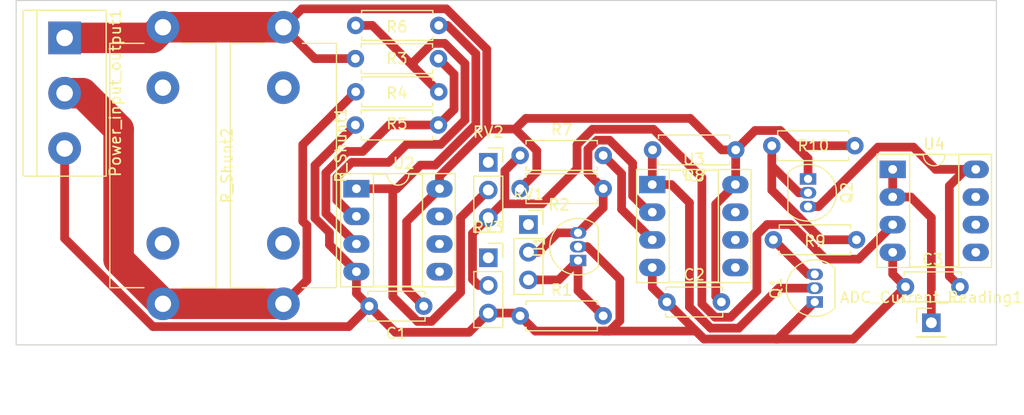
<source format=kicad_pcb>
(kicad_pcb (version 20221018) (generator pcbnew)
  (layers (0 "F.Cu" signal) (31 "B.Cu" signal) (34 "B.Paste" user) (35 "F.Paste" user) (36 "B.SilkS" user "B.Silkscreen") (37 "F.SilkS" user "F.Silkscreen") (38 "B.Mask" user) (39 "F.Mask" user) (44 "Edge.Cuts" user))
  (net 0 "")
  (net 1 "V_current_divided_clamped")
  (net 2 "+12V")
  (net 3 "GND")
  (net 4 "Net-(Q2-C)")
  (net 5 "VS")
  (net 6 "Net-(Q1-B)")
  (net 7 "Net-(Q1-C)")
  (net 8 "Net-(Q2-B)")
  (net 9 "Net-(U1-REF)")
  (net 10 "uC Protection REFRENCE")
  (net 11 "Net-(U2A-+)")
  (net 12 "Net-(U2A--)")
  (net 13 "V_current")
  (net 14 "V_current_divided")
  (net 15 "Net-(U3A-+)")
  (footprint "Resistor_THT:R_Axial_Shunt_L22.2mm_W9.5mm_PS14.30mm_P25.40mm" (layer "F.Cu") (at 81.788 75.857 -90)
    (fp_text reference "R_Shunt1" (at 10.795 -5.275 90) (layer "F.SilkS"))
    (fp_text value "2 ohm")
    (fp_line (start 1.48 -4.87) (end 23.92 -4.87) (stroke (width 0.12)) (layer "F.SilkS"))
    (fp_line (start 1.48 -1.74) (end 1.48 -4.87) (stroke (width 0.12)) (layer "F.SilkS"))
    (fp_line (start 1.48 1.74) (end 1.48 4.87) (stroke (width 0.12)) (layer "F.SilkS"))
    (fp_line (start 1.48 4.87) (end 23.92 4.87) (stroke (width 0.12)) (layer "F.SilkS"))
    (fp_line (start 23.92 -4.87) (end 23.92 -1.74) (stroke (width 0.12)) (layer "F.SilkS"))
    (fp_line (start 23.92 4.87) (end 23.92 1.74) (stroke (width 0.12)) (layer "F.SilkS"))
    (pad "1" thru_hole circle (at 0 0 270) (size 3 3) (drill 1.5) (layers "*.Cu" "*.Mask") (net 2 "+12V"))
    (pad "2" thru_hole oval (at 5.55 0 270) (size 3 3) (drill 1.5) (layers "*.Cu" "*.Mask"))
    (pad "3" thru_hole oval (at 19.85 0 270) (size 3 3) (drill 1.5) (layers "*.Cu" "*.Mask"))
    (pad "4" thru_hole oval (at 25.4 0 270) (size 3 3) (drill 1.5) (layers "*.Cu" "*.Mask") (net 5 "VS"))
  )
  (footprint "Package_DIP:DIP-8_W7.62mm_Socket_LongPads" (layer "F.Cu") (at 115.627 90.307)
    (fp_text reference "U3" (at 3.81 -2.33) (layer "F.SilkS"))
    (fp_text value "LM393")
    (fp_line (start -1.44 -1.39) (end -1.44 9.01) (stroke (width 0.12)) (layer "F.SilkS"))
    (fp_line (start -1.44 9.01) (end 9.06 9.01) (stroke (width 0.12)) (layer "F.SilkS"))
    (fp_line (start 1.56 -1.33) (end 1.56 8.95) (stroke (width 0.12)) (layer "F.SilkS"))
    (fp_line (start 1.56 8.95) (end 6.06 8.95) (stroke (width 0.12)) (layer "F.SilkS"))
    (fp_line (start 2.81 -1.33) (end 1.56 -1.33) (stroke (width 0.12)) (layer "F.SilkS"))
    (fp_line (start 6.06 -1.33) (end 4.81 -1.33) (stroke (width 0.12)) (layer "F.SilkS"))
    (fp_line (start 6.06 8.95) (end 6.06 -1.33) (stroke (width 0.12)) (layer "F.SilkS"))
    (fp_line (start 9.06 -1.39) (end -1.44 -1.39) (stroke (width 0.12)) (layer "F.SilkS"))
    (fp_line (start 9.06 9.01) (end 9.06 -1.39) (stroke (width 0.12)) (layer "F.SilkS"))
    (fp_arc (start 4.81 -1.33) (mid 3.81 -0.33) (end 2.81 -1.33) (stroke (width 0.12)) (layer "F.SilkS"))
    (pad "1" thru_hole rect (at 0 0) (size 2.4 1.6) (drill 0.8) (layers "*.Cu" "*.Mask") (net 6 "Net-(Q1-B)"))
    (pad "2" thru_hole oval (at 0 2.54) (size 2.4 1.6) (drill 0.8) (layers "*.Cu" "*.Mask") (net 10 "uC Protection REFRENCE"))
    (pad "3" thru_hole oval (at 0 5.08) (size 2.4 1.6) (drill 0.8) (layers "*.Cu" "*.Mask") (net 15 "Net-(U3A-+)"))
    (pad "4" thru_hole oval (at 0 7.62) (size 2.4 1.6) (drill 0.8) (layers "*.Cu" "*.Mask") (net 3 "GND"))
    (pad "5" thru_hole oval (at 7.62 7.62) (size 2.4 1.6) (drill 0.8) (layers "*.Cu" "*.Mask"))
    (pad "6" thru_hole oval (at 7.62 5.08) (size 2.4 1.6) (drill 0.8) (layers "*.Cu" "*.Mask"))
    (pad "7" thru_hole oval (at 7.62 2.54) (size 2.4 1.6) (drill 0.8) (layers "*.Cu" "*.Mask"))
    (pad "8" thru_hole oval (at 7.62 0) (size 2.4 1.6) (drill 0.8) (layers "*.Cu" "*.Mask") (net 2 "+12V"))
  )
  (footprint "Resistor_THT:R_Axial_DIN0207_L6.3mm_D2.5mm_P7.62mm_Horizontal" (layer "F.Cu") (at 111.125 90.678 180)
    (fp_text reference "R2" (at 4.064 -1.481) (layer "F.SilkS"))
    (fp_text value "1k")
    (fp_line (start 0.54 -1.37) (end 7.08 -1.37) (stroke (width 0.12)) (layer "F.SilkS"))
    (fp_line (start 0.54 -1.04) (end 0.54 -1.37) (stroke (width 0.12)) (layer "F.SilkS"))
    (fp_line (start 0.54 1.04) (end 0.54 1.37) (stroke (width 0.12)) (layer "F.SilkS"))
    (fp_line (start 0.54 1.37) (end 7.08 1.37) (stroke (width 0.12)) (layer "F.SilkS"))
    (fp_line (start 7.08 -1.37) (end 7.08 -1.04) (stroke (width 0.12)) (layer "F.SilkS"))
    (fp_line (start 7.08 1.37) (end 7.08 1.04) (stroke (width 0.12)) (layer "F.SilkS"))
    (pad "1" thru_hole circle (at 0 0 180) (size 1.6 1.6) (drill 0.8) (layers "*.Cu" "*.Mask") (net 10 "uC Protection REFRENCE"))
    (pad "2" thru_hole oval (at 7.62 0 180) (size 1.6 1.6) (drill 0.8) (layers "*.Cu" "*.Mask") (net 2 "+12V"))
  )
  (footprint "Resistor_THT:R_Axial_DIN0207_L6.3mm_D2.5mm_P7.62mm_Horizontal" (layer "F.Cu") (at 96.042 81.788 180)
    (fp_text reference "R4" (at 3.84 -0.127) (layer "F.SilkS"))
    (fp_text value "220")
    (fp_line (start 0.54 -1.37) (end 7.08 -1.37) (stroke (width 0.12)) (layer "F.SilkS"))
    (fp_line (start 0.54 -1.04) (end 0.54 -1.37) (stroke (width 0.12)) (layer "F.SilkS"))
    (fp_line (start 0.54 1.04) (end 0.54 1.37) (stroke (width 0.12)) (layer "F.SilkS"))
    (fp_line (start 0.54 1.37) (end 7.08 1.37) (stroke (width 0.12)) (layer "F.SilkS"))
    (fp_line (start 7.08 -1.37) (end 7.08 -1.04) (stroke (width 0.12)) (layer "F.SilkS"))
    (fp_line (start 7.08 1.37) (end 7.08 1.04) (stroke (width 0.12)) (layer "F.SilkS"))
    (pad "1" thru_hole circle (at 0 0 180) (size 1.6 1.6) (drill 0.8) (layers "*.Cu" "*.Mask") (net 12 "Net-(U2A--)"))
    (pad "2" thru_hole oval (at 7.62 0 180) (size 1.6 1.6) (drill 0.8) (layers "*.Cu" "*.Mask") (net 5 "VS"))
  )
  (footprint "Resistor_THT:R_Axial_DIN0207_L6.3mm_D2.5mm_P7.62mm_Horizontal" (layer "F.Cu") (at 123.277 87.122 180)
    (fp_text reference "R8" (at 3.81 -2.37) (layer "F.SilkS"))
    (fp_text value "10k")
    (fp_line (start 0.54 -1.37) (end 7.08 -1.37) (stroke (width 0.12)) (layer "F.SilkS"))
    (fp_line (start 0.54 -1.04) (end 0.54 -1.37) (stroke (width 0.12)) (layer "F.SilkS"))
    (fp_line (start 0.54 1.04) (end 0.54 1.37) (stroke (width 0.12)) (layer "F.SilkS"))
    (fp_line (start 0.54 1.37) (end 7.08 1.37) (stroke (width 0.12)) (layer "F.SilkS"))
    (fp_line (start 7.08 -1.37) (end 7.08 -1.04) (stroke (width 0.12)) (layer "F.SilkS"))
    (fp_line (start 7.08 1.37) (end 7.08 1.04) (stroke (width 0.12)) (layer "F.SilkS"))
    (pad "1" thru_hole circle (at 0 0 180) (size 1.6 1.6) (drill 0.8) (layers "*.Cu" "*.Mask") (net 2 "+12V"))
    (pad "2" thru_hole oval (at 7.62 0 180) (size 1.6 1.6) (drill 0.8) (layers "*.Cu" "*.Mask") (net 6 "Net-(Q1-B)"))
  )
  (footprint "Resistor_THT:R_Axial_DIN0207_L6.3mm_D2.5mm_P7.62mm_Horizontal" (layer "F.Cu") (at 96.012 84.836 180)
    (fp_text reference "R5" (at 3.81 0.127) (layer "F.SilkS"))
    (fp_text value "5k")
    (fp_line (start 0.54 -1.37) (end 7.08 -1.37) (stroke (width 0.12)) (layer "F.SilkS"))
    (fp_line (start 0.54 -1.04) (end 0.54 -1.37) (stroke (width 0.12)) (layer "F.SilkS"))
    (fp_line (start 0.54 1.04) (end 0.54 1.37) (stroke (width 0.12)) (layer "F.SilkS"))
    (fp_line (start 0.54 1.37) (end 7.08 1.37) (stroke (width 0.12)) (layer "F.SilkS"))
    (fp_line (start 7.08 -1.37) (end 7.08 -1.04) (stroke (width 0.12)) (layer "F.SilkS"))
    (fp_line (start 7.08 1.37) (end 7.08 1.04) (stroke (width 0.12)) (layer "F.SilkS"))
    (pad "1" thru_hole circle (at 0 0 180) (size 1.6 1.6) (drill 0.8) (layers "*.Cu" "*.Mask") (net 11 "Net-(U2A-+)"))
    (pad "2" thru_hole oval (at 7.62 0 180) (size 1.6 1.6) (drill 0.8) (layers "*.Cu" "*.Mask") (net 3 "GND"))
  )
  (footprint "Connector_PinHeader_2.54mm:PinHeader_1x01_P2.54mm_Vertical" (layer "F.Cu") (at 141.224 102.997)
    (fp_text reference "ADC_Current_Reading1" (at 0 -2.33) (layer "F.SilkS"))
    (fp_text value "Conn_01x01_Socket")
    (fp_line (start -1.33 -1.33) (end 0 -1.33) (stroke (width 0.12)) (layer "F.SilkS"))
    (fp_line (start -1.33 0) (end -1.33 -1.33) (stroke (width 0.12)) (layer "F.SilkS"))
    (fp_line (start -1.33 1.27) (end -1.33 1.33) (stroke (width 0.12)) (layer "F.SilkS"))
    (fp_line (start -1.33 1.27) (end 1.33 1.27) (stroke (width 0.12)) (layer "F.SilkS"))
    (fp_line (start -1.33 1.33) (end 1.33 1.33) (stroke (width 0.12)) (layer "F.SilkS"))
    (fp_line (start 1.33 1.27) (end 1.33 1.33) (stroke (width 0.12)) (layer "F.SilkS"))
    (pad "1" thru_hole rect (at 0 0) (size 1.7 1.7) (drill 1) (layers "*.Cu" "*.Mask") (net 1 "V_current_divided_clamped"))
  )
  (footprint "Package_DIP:DIP-8_W7.62mm_Socket_LongPads" (layer "F.Cu") (at 88.489 90.688)
    (fp_text reference "U2" (at 4.348 -2.33) (layer "F.SilkS"))
    (fp_text value "TL062")
    (fp_line (start -1.44 -1.39) (end -1.44 9.01) (stroke (width 0.12)) (layer "F.SilkS"))
    (fp_line (start -1.44 9.01) (end 9.06 9.01) (stroke (width 0.12)) (layer "F.SilkS"))
    (fp_line (start 1.56 -1.33) (end 1.56 8.95) (stroke (width 0.12)) (layer "F.SilkS"))
    (fp_line (start 1.56 8.95) (end 6.06 8.95) (stroke (width 0.12)) (layer "F.SilkS"))
    (fp_line (start 2.81 -1.33) (end 1.56 -1.33) (stroke (width 0.12)) (layer "F.SilkS"))
    (fp_line (start 6.06 -1.33) (end 4.81 -1.33) (stroke (width 0.12)) (layer "F.SilkS"))
    (fp_line (start 6.06 8.95) (end 6.06 -1.33) (stroke (width 0.12)) (layer "F.SilkS"))
    (fp_line (start 9.06 -1.39) (end -1.44 -1.39) (stroke (width 0.12)) (layer "F.SilkS"))
    (fp_line (start 9.06 9.01) (end 9.06 -1.39) (stroke (width 0.12)) (layer "F.SilkS"))
    (fp_arc (start 4.81 -1.33) (mid 3.81 -0.33) (end 2.81 -1.33) (stroke (width 0.12)) (layer "F.SilkS"))
    (pad "1" thru_hole rect (at 0 0) (size 2.4 1.6) (drill 0.8) (layers "*.Cu" "*.Mask") (net 13 "V_current"))
    (pad "2" thru_hole oval (at 0 2.54) (size 2.4 1.6) (drill 0.8) (layers "*.Cu" "*.Mask") (net 12 "Net-(U2A--)"))
    (pad "3" thru_hole oval (at 0 5.08) (size 2.4 1.6) (drill 0.8) (layers "*.Cu" "*.Mask") (net 11 "Net-(U2A-+)"))
    (pad "4" thru_hole oval (at 0 7.62) (size 2.4 1.6) (drill 0.8) (layers "*.Cu" "*.Mask") (net 3 "GND"))
    (pad "5" thru_hole oval (at 7.62 7.62) (size 2.4 1.6) (drill 0.8) (layers "*.Cu" "*.Mask"))
    (pad "6" thru_hole oval (at 7.62 5.08) (size 2.4 1.6) (drill 0.8) (layers "*.Cu" "*.Mask"))
    (pad "7" thru_hole oval (at 7.62 2.54) (size 2.4 1.6) (drill 0.8) (layers "*.Cu" "*.Mask"))
    (pad "8" thru_hole oval (at 7.62 0) (size 2.4 1.6) (drill 0.8) (layers "*.Cu" "*.Mask") (net 2 "+12V"))
  )
  (footprint "Package_DIP:DIP-8_W7.62mm_Socket_LongPads" (layer "F.Cu") (at 137.678 88.91)
    (fp_text reference "U4" (at 3.81 -2.33) (layer "F.SilkS"))
    (fp_text value "TL062")
    (fp_line (start -1.44 -1.39) (end -1.44 9.01) (stroke (width 0.12)) (layer "F.SilkS"))
    (fp_line (start -1.44 9.01) (end 9.06 9.01) (stroke (width 0.12)) (layer "F.SilkS"))
    (fp_line (start 1.56 -1.33) (end 1.56 8.95) (stroke (width 0.12)) (layer "F.SilkS"))
    (fp_line (start 1.56 8.95) (end 6.06 8.95) (stroke (width 0.12)) (layer "F.SilkS"))
    (fp_line (start 2.81 -1.33) (end 1.56 -1.33) (stroke (width 0.12)) (layer "F.SilkS"))
    (fp_line (start 6.06 -1.33) (end 4.81 -1.33) (stroke (width 0.12)) (layer "F.SilkS"))
    (fp_line (start 6.06 8.95) (end 6.06 -1.33) (stroke (width 0.12)) (layer "F.SilkS"))
    (fp_line (start 9.06 -1.39) (end -1.44 -1.39) (stroke (width 0.12)) (layer "F.SilkS"))
    (fp_line (start 9.06 9.01) (end 9.06 -1.39) (stroke (width 0.12)) (layer "F.SilkS"))
    (fp_arc (start 4.81 -1.33) (mid 3.81 -0.33) (end 2.81 -1.33) (stroke (width 0.12)) (layer "F.SilkS"))
    (pad "1" thru_hole rect (at 0 0) (size 2.4 1.6) (drill 0.8) (layers "*.Cu" "*.Mask") (net 1 "V_current_divided_clamped"))
    (pad "2" thru_hole oval (at 0 2.54) (size 2.4 1.6) (drill 0.8) (layers "*.Cu" "*.Mask") (net 1 "V_current_divided_clamped"))
    (pad "3" thru_hole oval (at 0 5.08) (size 2.4 1.6) (drill 0.8) (layers "*.Cu" "*.Mask") (net 14 "V_current_divided"))
    (pad "4" thru_hole oval (at 0 7.62) (size 2.4 1.6) (drill 0.8) (layers "*.Cu" "*.Mask") (net 3 "GND"))
    (pad "5" thru_hole oval (at 7.62 7.62) (size 2.4 1.6) (drill 0.8) (layers "*.Cu" "*.Mask"))
    (pad "6" thru_hole oval (at 7.62 5.08) (size 2.4 1.6) (drill 0.8) (layers "*.Cu" "*.Mask"))
    (pad "7" thru_hole oval (at 7.62 2.54) (size 2.4 1.6) (drill 0.8) (layers "*.Cu" "*.Mask"))
    (pad "8" thru_hole oval (at 7.62 0) (size 2.4 1.6) (drill 0.8) (layers "*.Cu" "*.Mask") (net 4 "Net-(Q2-C)"))
  )
  (footprint "Resistor_THT:R_Axial_DIN0207_L6.3mm_D2.5mm_P7.62mm_Horizontal" (layer "F.Cu") (at 126.738 95.377)
    (fp_text reference "R9" (at 3.81 0.127) (layer "F.SilkS"))
    (fp_text value "470")
    (fp_line (start 0.54 -1.37) (end 7.08 -1.37) (stroke (width 0.12)) (layer "F.SilkS"))
    (fp_line (start 0.54 -1.04) (end 0.54 -1.37) (stroke (width 0.12)) (layer "F.SilkS"))
    (fp_line (start 0.54 1.04) (end 0.54 1.37) (stroke (width 0.12)) (layer "F.SilkS"))
    (fp_line (start 0.54 1.37) (end 7.08 1.37) (stroke (width 0.12)) (layer "F.SilkS"))
    (fp_line (start 7.08 -1.37) (end 7.08 -1.04) (stroke (width 0.12)) (layer "F.SilkS"))
    (fp_line (start 7.08 1.37) (end 7.08 1.04) (stroke (width 0.12)) (layer "F.SilkS"))
    (pad "1" thru_hole circle (at 0 0) (size 1.6 1.6) (drill 0.8) (layers "*.Cu" "*.Mask") (net 7 "Net-(Q1-C)"))
    (pad "2" thru_hole oval (at 7.62 0) (size 1.6 1.6) (drill 0.8) (layers "*.Cu" "*.Mask") (net 8 "Net-(Q2-B)"))
  )
  (footprint "Connector_PinSocket_2.54mm:PinSocket_1x03_P2.54mm_Vertical" (layer "F.Cu") (at 104.267 93.98)
    (fp_text reference "RV1" (at 0 -2.77) (layer "F.SilkS"))
    (fp_text value "1k")
    (fp_line (start -1.33 1.27) (end -1.33 6.41) (stroke (width 0.12)) (layer "F.SilkS"))
    (fp_line (start -1.33 1.27) (end 1.33 1.27) (stroke (width 0.12)) (layer "F.SilkS"))
    (fp_line (start -1.33 6.41) (end 1.33 6.41) (stroke (width 0.12)) (layer "F.SilkS"))
    (fp_line (start 0 -1.33) (end 1.33 -1.33) (stroke (width 0.12)) (layer "F.SilkS"))
    (fp_line (start 1.33 -1.33) (end 1.33 0) (stroke (width 0.12)) (layer "F.SilkS"))
    (fp_line (start 1.33 1.27) (end 1.33 6.41) (stroke (width 0.12)) (layer "F.SilkS"))
    (pad "1" thru_hole rect (at 0 0) (size 1.7 1.7) (drill 1) (layers "*.Cu" "*.Mask"))
    (pad "2" thru_hole oval (at 0 2.54) (size 1.7 1.7) (drill 1) (layers "*.Cu" "*.Mask") (net 10 "uC Protection REFRENCE"))
    (pad "3" thru_hole oval (at 0 5.08) (size 1.7 1.7) (drill 1) (layers "*.Cu" "*.Mask") (net 9 "Net-(U1-REF)"))
  )
  (footprint "Connector_PinSocket_2.54mm:PinSocket_1x03_P2.54mm_Vertical" (layer "F.Cu") (at 100.584 88.265)
    (fp_text reference "RV2" (at 0 -2.77) (layer "F.SilkS"))
    (fp_text value "10k")
    (fp_line (start -1.33 1.27) (end -1.33 6.41) (stroke (width 0.12)) (layer "F.SilkS"))
    (fp_line (start -1.33 1.27) (end 1.33 1.27) (stroke (width 0.12)) (layer "F.SilkS"))
    (fp_line (start -1.33 6.41) (end 1.33 6.41) (stroke (width 0.12)) (layer "F.SilkS"))
    (fp_line (start 0 -1.33) (end 1.33 -1.33) (stroke (width 0.12)) (layer "F.SilkS"))
    (fp_line (start 1.33 -1.33) (end 1.33 0) (stroke (width 0.12)) (layer "F.SilkS"))
    (fp_line (start 1.33 1.27) (end 1.33 6.41) (stroke (width 0.12)) (layer "F.SilkS"))
    (pad "1" thru_hole rect (at 0 0) (size 1.7 1.7) (drill 1) (layers "*.Cu" "*.Mask"))
    (pad "2" thru_hole oval (at 0 2.54) (size 1.7 1.7) (drill 1) (layers "*.Cu" "*.Mask") (net 13 "V_current"))
    (pad "3" thru_hole oval (at 0 5.08) (size 1.7 1.7) (drill 1) (layers "*.Cu" "*.Mask") (net 14 "V_current_divided"))
  )
  (footprint "Resistor_THT:R_Axial_Shunt_L22.2mm_W9.5mm_PS14.30mm_P25.40mm" (layer "F.Cu") (at 70.738 75.857 -90)
    (fp_text reference "R_Shunt2" (at 12.7 -5.87 90) (layer "F.SilkS"))
    (fp_text value "2 ohm")
    (fp_line (start 1.48 -4.87) (end 23.92 -4.87) (stroke (width 0.12)) (layer "F.SilkS"))
    (fp_line (start 1.48 -1.74) (end 1.48 -4.87) (stroke (width 0.12)) (layer "F.SilkS"))
    (fp_line (start 1.48 1.74) (end 1.48 4.87) (stroke (width 0.12)) (layer "F.SilkS"))
    (fp_line (start 1.48 4.87) (end 23.92 4.87) (stroke (width 0.12)) (layer "F.SilkS"))
    (fp_line (start 23.92 -4.87) (end 23.92 -1.74) (stroke (width 0.12)) (layer "F.SilkS"))
    (fp_line (start 23.92 4.87) (end 23.92 1.74) (stroke (width 0.12)) (layer "F.SilkS"))
    (pad "1" thru_hole circle (at 0 0 270) (size 3 3) (drill 1.5) (layers "*.Cu" "*.Mask") (net 2 "+12V"))
    (pad "2" thru_hole oval (at 5.55 0 270) (size 3 3) (drill 1.5) (layers "*.Cu" "*.Mask"))
    (pad "3" thru_hole oval (at 19.85 0 270) (size 3 3) (drill 1.5) (layers "*.Cu" "*.Mask"))
    (pad "4" thru_hole oval (at 25.4 0 270) (size 3 3) (drill 1.5) (layers "*.Cu" "*.Mask") (net 5 "VS"))
  )
  (footprint "Capacitor_THT:C_Disc_D5.0mm_W2.5mm_P5.00mm" (layer "F.Cu") (at 116.967 101.092)
    (fp_text reference "C2" (at 2.5 -2.5) (layer "F.SilkS"))
    (fp_text value "0.1uF")
    (fp_line (start -0.12 -1.37) (end -0.12 -1.055) (stroke (width 0.12)) (layer "F.SilkS"))
    (fp_line (start -0.12 -1.37) (end 5.12 -1.37) (stroke (width 0.12)) (layer "F.SilkS"))
    (fp_line (start -0.12 1.055) (end -0.12 1.37) (stroke (width 0.12)) (layer "F.SilkS"))
    (fp_line (start -0.12 1.37) (end 5.12 1.37) (stroke (width 0.12)) (layer "F.SilkS"))
    (fp_line (start 5.12 -1.37) (end 5.12 -1.055) (stroke (width 0.12)) (layer "F.SilkS"))
    (fp_line (start 5.12 1.055) (end 5.12 1.37) (stroke (width 0.12)) (layer "F.SilkS"))
    (pad "1" thru_hole circle (at 0 0) (size 1.6 1.6) (drill 0.8) (layers "*.Cu" "*.Mask") (net 3 "GND"))
    (pad "2" thru_hole circle (at 5 0) (size 1.6 1.6) (drill 0.8) (layers "*.Cu" "*.Mask") (net 2 "+12V"))
  )
  (footprint "Capacitor_THT:C_Disc_D5.0mm_W2.5mm_P5.00mm" (layer "F.Cu") (at 138.851 99.695)
    (fp_text reference "C3" (at 2.5 -2.5) (layer "F.SilkS"))
    (fp_text value "0.1uF")
    (fp_line (start -0.12 -1.37) (end -0.12 -1.055) (stroke (width 0.12)) (layer "F.SilkS"))
    (fp_line (start -0.12 -1.37) (end 5.12 -1.37) (stroke (width 0.12)) (layer "F.SilkS"))
    (fp_line (start -0.12 1.055) (end -0.12 1.37) (stroke (width 0.12)) (layer "F.SilkS"))
    (fp_line (start -0.12 1.37) (end 5.12 1.37) (stroke (width 0.12)) (layer "F.SilkS"))
    (fp_line (start 5.12 -1.37) (end 5.12 -1.055) (stroke (width 0.12)) (layer "F.SilkS"))
    (fp_line (start 5.12 1.055) (end 5.12 1.37) (stroke (width 0.12)) (layer "F.SilkS"))
    (pad "1" thru_hole circle (at 0 0) (size 1.6 1.6) (drill 0.8) (layers "*.Cu" "*.Mask") (net 3 "GND"))
    (pad "2" thru_hole circle (at 5 0) (size 1.6 1.6) (drill 0.8) (layers "*.Cu" "*.Mask") (net 4 "Net-(Q2-C)"))
  )
  (footprint "Package_TO_SOT_THT:TO-92_Inline" (layer "F.Cu") (at 108.818 97.282 90)
    (fp_text reference "U1" (at 1.27 -3.56 90) (layer "F.SilkS"))
    (fp_text value "TL431LP")
    (fp_line (start -0.53 1.85) (end 3.07 1.85) (stroke (width 0.12)) (layer "F.SilkS"))
    (fp_arc (start -0.568478 1.838478) (mid -1.132087 -0.994977) (end 1.27 -2.6) (stroke (width 0.12)) (layer "F.SilkS"))
    (fp_arc (start 1.27 -2.6) (mid 3.672087 -0.994977) (end 3.108478 1.838478) (stroke (width 0.12)) (layer "F.SilkS"))
    (pad "1" thru_hole rect (at 0 0 90) (size 1.05 1.5) (drill 0.75) (layers "*.Cu" "*.Mask") (net 9 "Net-(U1-REF)"))
    (pad "2" thru_hole oval (at 1.27 0 90) (size 1.05 1.5) (drill 0.75) (layers "*.Cu" "*.Mask") (net 3 "GND"))
    (pad "3" thru_hole oval (at 2.54 0 90) (size 1.05 1.5) (drill 0.75) (layers "*.Cu" "*.Mask") (net 10 "uC Protection REFRENCE"))
  )
  (footprint "Resistor_THT:R_Axial_DIN0207_L6.3mm_D2.5mm_P7.62mm_Horizontal" (layer "F.Cu") (at 88.392 78.74)
    (fp_text reference "R3" (at 3.81 0) (layer "F.SilkS"))
    (fp_text value "220")
    (fp_line (start 0.54 -1.37) (end 7.08 -1.37) (stroke (width 0.12)) (layer "F.SilkS"))
    (fp_line (start 0.54 -1.04) (end 0.54 -1.37) (stroke (width 0.12)) (layer "F.SilkS"))
    (fp_line (start 0.54 1.04) (end 0.54 1.37) (stroke (width 0.12)) (layer "F.SilkS"))
    (fp_line (start 0.54 1.37) (end 7.08 1.37) (stroke (width 0.12)) (layer "F.SilkS"))
    (fp_line (start 7.08 -1.37) (end 7.08 -1.04) (stroke (width 0.12)) (layer "F.SilkS"))
    (fp_line (start 7.08 1.37) (end 7.08 1.04) (stroke (width 0.12)) (layer "F.SilkS"))
    (pad "1" thru_hole circle (at 0 0) (size 1.6 1.6) (drill 0.8) (layers "*.Cu" "*.Mask") (net 2 "+12V"))
    (pad "2" thru_hole oval (at 7.62 0) (size 1.6 1.6) (drill 0.8) (layers "*.Cu" "*.Mask") (net 11 "Net-(U2A-+)"))
  )
  (footprint "Resistor_THT:R_Axial_DIN0207_L6.3mm_D2.5mm_P7.62mm_Horizontal" (layer "F.Cu") (at 88.422 75.692)
    (fp_text reference "R6" (at 3.78 0.127) (layer "F.SilkS"))
    (fp_text value "220")
    (fp_line (start 0.54 -1.37) (end 7.08 -1.37) (stroke (width 0.12)) (layer "F.SilkS"))
    (fp_line (start 0.54 -1.04) (end 0.54 -1.37) (stroke (width 0.12)) (layer "F.SilkS"))
    (fp_line (start 0.54 1.04) (end 0.54 1.37) (stroke (width 0.12)) (layer "F.SilkS"))
    (fp_line (start 0.54 1.37) (end 7.08 1.37) (stroke (width 0.12)) (layer "F.SilkS"))
    (fp_line (start 7.08 -1.37) (end 7.08 -1.04) (stroke (width 0.12)) (layer "F.SilkS"))
    (fp_line (start 7.08 1.37) (end 7.08 1.04) (stroke (width 0.12)) (layer "F.SilkS"))
    (pad "1" thru_hole circle (at 0 0) (size 1.6 1.6) (drill 0.8) (layers "*.Cu" "*.Mask") (net 12 "Net-(U2A--)"))
    (pad "2" thru_hole oval (at 7.62 0) (size 1.6 1.6) (drill 0.8) (layers "*.Cu" "*.Mask") (net 13 "V_current"))
  )
  (footprint "Package_TO_SOT_THT:TO-92_Inline" (layer "F.Cu") (at 130.527 101.092 90)
    (fp_text reference "Q1" (at 1.27 -3.56 90) (layer "F.SilkS"))
    (fp_text value "S8050")
    (fp_line (start -0.53 1.85) (end 3.07 1.85) (stroke (width 0.12)) (layer "F.SilkS"))
    (fp_arc (start -0.568478 1.838478) (mid -1.132087 -0.994977) (end 1.27 -2.6) (stroke (width 0.12)) (layer "F.SilkS"))
    (fp_arc (start 1.27 -2.6) (mid 3.672087 -0.994977) (end 3.108478 1.838478) (stroke (width 0.12)) (layer "F.SilkS"))
    (pad "1" thru_hole rect (at 0 0 90) (size 1.05 1.5) (drill 0.75) (layers "*.Cu" "*.Mask") (net 3 "GND"))
    (pad "2" thru_hole oval (at 1.27 0 90) (size 1.05 1.5) (drill 0.75) (layers "*.Cu" "*.Mask") (net 6 "Net-(Q1-B)"))
    (pad "3" thru_hole oval (at 2.54 0 90) (size 1.05 1.5) (drill 0.75) (layers "*.Cu" "*.Mask") (net 7 "Net-(Q1-C)"))
  )
  (footprint "TerminalBlock:TerminalBlock_bornier-3_P5.08mm" (layer "F.Cu") (at 61.722 76.835 -90)
    (fp_text reference "Power_input_output1" (at 5.05 -4.65 90) (layer "F.SilkS"))
    (fp_text value "Screw_Terminal_01x03")
    (fp_line (start -2.54 -3.81) (end 12.7 -3.81) (stroke (width 0.12)) (layer "F.SilkS"))
    (fp_line (start -2.54 2.54) (end 12.7 2.54) (stroke (width 0.12)) (layer "F.SilkS"))
    (fp_line (start -2.54 3.81) (end -2.54 -3.81) (stroke (width 0.12)) (layer "F.SilkS"))
    (fp_line (start -2.54 3.81) (end 12.7 3.81) (stroke (width 0.12)) (layer "F.SilkS"))
    (fp_line (start 12.7 3.81) (end 12.7 -3.81) (stroke (width 0.12)) (layer "F.SilkS"))
    (pad "1" thru_hole rect (at 0 0 270) (size 3 3) (drill 1.52) (layers "*.Cu" "*.Mask") (net 2 "+12V"))
    (pad "2" thru_hole circle (at 5.08 0 270) (size 3 3) (drill 1.52) (layers "*.Cu" "*.Mask") (net 5 "VS"))
    (pad "3" thru_hole circle (at 10.16 0 270) (size 3 3) (drill 1.52) (layers "*.Cu" "*.Mask") (net 3 "GND"))
  )
  (footprint "Resistor_THT:R_Axial_DIN0207_L6.3mm_D2.5mm_P7.62mm_Horizontal" (layer "F.Cu") (at 126.59 86.741)
    (fp_text reference "R10" (at 3.81 0) (layer "F.SilkS"))
    (fp_text value "1k")
    (fp_line (start 0.54 -1.37) (end 7.08 -1.37) (stroke (width 0.12)) (layer "F.SilkS"))
    (fp_line (start 0.54 -1.04) (end 0.54 -1.37) (stroke (width 0.12)) (layer "F.SilkS"))
    (fp_line (start 0.54 1.04) (end 0.54 1.37) (stroke (width 0.12)) (layer "F.SilkS"))
    (fp_line (start 0.54 1.37) (end 7.08 1.37) (stroke (width 0.12)) (layer "F.SilkS"))
    (fp_line (start 7.08 -1.37) (end 7.08 -1.04) (stroke (width 0.12)) (layer "F.SilkS"))
    (fp_line (start 7.08 1.37) (end 7.08 1.04) (stroke (width 0.12)) (layer "F.SilkS"))
    (pad "1" thru_hole circle (at 0 0) (size 1.6 1.6) (drill 0.8) (layers "*.Cu" "*.Mask") (net 8 "Net-(Q2-B)"))
    (pad "2" thru_hole oval (at 7.62 0) (size 1.6 1.6) (drill 0.8) (layers "*.Cu" "*.Mask") (net 2 "+12V"))
  )
  (footprint "Package_TO_SOT_THT:TO-92_Inline" (layer "F.Cu") (at 129.913 89.789 -90)
    (fp_text reference "Q2" (at 1.27 -3.56 90) (layer "F.SilkS"))
    (fp_text value "S8550")
    (fp_line (start -0.53 1.85) (end 3.07 1.85) (stroke (width 0.12)) (layer "F.SilkS"))
    (fp_arc (start -0.568478 1.838478) (mid -1.132087 -0.994977) (end 1.27 -2.6) (stroke (width 0.12)) (layer "F.SilkS"))
    (fp_arc (start 1.27 -2.6) (mid 3.672087 -0.994977) (end 3.108478 1.838478) (stroke (width 0.12)) (layer "F.SilkS"))
    (pad "1" thru_hole rect (at 0 0 270) (size 1.05 1.5) (drill 0.75) (layers "*.Cu" "*.Mask") (net 2 "+12V"))
    (pad "2" thru_hole oval (at 1.27 0 270) (size 1.05 1.5) (drill 0.75) (layers "*.Cu" "*.Mask") (net 8 "Net-(Q2-B)"))
    (pad "3" thru_hole oval (at 2.54 0 270) (size 1.05 1.5) (drill 0.75) (layers "*.Cu" "*.Mask") (net 4 "Net-(Q2-C)"))
  )
  (footprint "Resistor_THT:R_Axial_DIN0207_L6.3mm_D2.5mm_P7.62mm_Horizontal" (layer "F.Cu") (at 103.505 102.362)
    (fp_text reference "R1" (at 3.81 -2.37) (layer "F.SilkS"))
    (fp_text value "1k")
    (fp_line (start 0.54 -1.37) (end 7.08 -1.37) (stroke (width 0.12)) (layer "F.SilkS"))
    (fp_line (start 0.54 -1.04) (end 0.54 -1.37) (stroke (width 0.12)) (layer "F.SilkS"))
    (fp_line (start 0.54 1.04) (end 0.54 1.37) (stroke (width 0.12)) (layer "F.SilkS"))
    (fp_line (start 0.54 1.37) (end 7.08 1.37) (stroke (width 0.12)) (layer "F.SilkS"))
    (fp_line (start 7.08 -1.37) (end 7.08 -1.04) (stroke (width 0.12)) (layer "F.SilkS"))
    (fp_line (start 7.08 1.37) (end 7.08 1.04) (stroke (width 0.12)) (layer "F.SilkS"))
    (pad "1" thru_hole circle (at 0 0) (size 1.6 1.6) (drill 0.8) (layers "*.Cu" "*.Mask") (net 3 "GND"))
    (pad "2" thru_hole oval (at 7.62 0) (size 1.6 1.6) (drill 0.8) (layers "*.Cu" "*.Mask") (net 9 "Net-(U1-REF)"))
  )
  (footprint "Capacitor_THT:C_Disc_D5.0mm_W2.5mm_P5.00mm" (layer "F.Cu") (at 94.662 101.473 180)
    (fp_text reference "C1" (at 2.5 -2.5) (layer "F.SilkS"))
    (fp_text value "0.1uF")
    (fp_line (start -0.12 -1.37) (end -0.12 -1.055) (stroke (width 0.12)) (layer "F.SilkS"))
    (fp_line (start -0.12 -1.37) (end 5.12 -1.37) (stroke (width 0.12)) (layer "F.SilkS"))
    (fp_line (start -0.12 1.055) (end -0.12 1.37) (stroke (width 0.12)) (layer "F.SilkS"))
    (fp_line (start -0.12 1.37) (end 5.12 1.37) (stroke (width 0.12)) (layer "F.SilkS"))
    (fp_line (start 5.12 -1.37) (end 5.12 -1.055) (stroke (width 0.12)) (layer "F.SilkS"))
    (fp_line (start 5.12 1.055) (end 5.12 1.37) (stroke (width 0.12)) (layer "F.SilkS"))
    (pad "1" thru_hole circle (at 0 0 180) (size 1.6 1.6) (drill 0.8) (layers "*.Cu" "*.Mask") (net 2 "+12V"))
    (pad "2" thru_hole circle (at 5 0 180) (size 1.6 1.6) (drill 0.8) (layers "*.Cu" "*.Mask") (net 3 "GND"))
  )
  (footprint "Connector_PinSocket_2.54mm:PinSocket_1x03_P2.54mm_Vertical" (layer "F.Cu") (at 100.584 97.028)
    (fp_text reference "RV3" (at 0 -2.77) (layer "F.SilkS"))
    (fp_text value "10K")
    (fp_line (start -1.33 1.27) (end -1.33 6.41) (stroke (width 0.12)) (layer "F.SilkS"))
    (fp_line (start -1.33 1.27) (end 1.33 1.27) (stroke (width 0.12)) (layer "F.SilkS"))
    (fp_line (start -1.33 6.41) (end 1.33 6.41) (stroke (width 0.12)) (layer "F.SilkS"))
    (fp_line (start 0 -1.33) (end 1.33 -1.33) (stroke (width 0.12)) (layer "F.SilkS"))
    (fp_line (start 1.33 -1.33) (end 1.33 0) (stroke (width 0.12)) (layer "F.SilkS"))
    (fp_line (start 1.33 1.27) (end 1.33 6.41) (stroke (width 0.12)) (layer "F.SilkS"))
    (pad "1" thru_hole rect (at 0 0) (size 1.7 1.7) (drill 1) (layers "*.Cu" "*.Mask"))
    (pad "2" thru_hole oval (at 0 2.54) (size 1.7 1.7) (drill 1) (layers "*.Cu" "*.Mask") (net 14 "V_current_divided"))
    (pad "3" thru_hole oval (at 0 5.08) (size 1.7 1.7) (drill 1) (layers "*.Cu" "*.Mask") (net 3 "GND"))
  )
  (footprint "Resistor_THT:R_Axial_DIN0207_L6.3mm_D2.5mm_P7.62mm_Horizontal" (layer "F.Cu") (at 103.505 87.63)
    (fp_text reference "R7" (at 3.81 -2.37) (layer "F.SilkS"))
    (fp_text value "10k")
    (fp_line (start 0.54 -1.37) (end 7.08 -1.37) (stroke (width 0.12)) (layer "F.SilkS"))
    (fp_line (start 0.54 -1.04) (end 0.54 -1.37) (stroke (width 0.12)) (layer "F.SilkS"))
    (fp_line (start 0.54 1.04) (end 0.54 1.37) (stroke (width 0.12)) (layer "F.SilkS"))
    (fp_line (start 0.54 1.37) (end 7.08 1.37) (stroke (width 0.12)) (layer "F.SilkS"))
    (fp_line (start 7.08 -1.37) (end 7.08 -1.04) (stroke (width 0.12)) (layer "F.SilkS"))
    (fp_line (start 7.08 1.37) (end 7.08 1.04) (stroke (width 0.12)) (layer "F.SilkS"))
    (pad "1" thru_hole circle (at 0 0) (size 1.6 1.6) (drill 0.8) (layers "*.Cu" "*.Mask") (net 14 "V_current_divided"))
    (pad "2" thru_hole oval (at 7.62 0) (size 1.6 1.6) (drill 0.8) (layers "*.Cu" "*.Mask") (net 15 "Net-(U3A-+)"))
  )
  (gr_line (start 57.277 73.406) (end 57.277 105.029) (stroke (width 0.1)) (layer "Edge.Cuts"))
  (gr_line (start 87.757 73.406) (end 147.193 73.406) (stroke (width 0.1)) (layer "Edge.Cuts"))
  (gr_line (start 147.193 105.029) (end 57.277 105.029) (stroke (width 0.1)) (layer "Edge.Cuts"))
  (gr_line (start 57.277 73.406) (end 87.757 73.406) (stroke (width 0.1)) (layer "Edge.Cuts"))
  (gr_line (start 147.193 105.029) (end 147.193 73.406) (stroke (width 0.1)) (layer "Edge.Cuts"))
  (segment (start 137.678 91.45) (end 139.329 91.45) (width 0.8) (layer "F.Cu") (net 1))
  (segment (start 139.329 91.45) (end 141.224 93.345) (width 0.8) (layer "F.Cu") (net 1))
  (segment (start 137.678 88.91) (end 137.678 91.45) (width 0.8) (layer "F.Cu") (net 1))
  (segment (start 141.224 93.345) (end 141.224 102.997) (width 0.8) (layer "F.Cu") (net 1))
  (segment (start 123.277 90.277) (end 123.247 90.307) (width 0.8) (layer "F.Cu") (net 2))
  (segment (start 128.749 86.741) (end 134.21 86.741) (width 0.8) (layer "F.Cu") (net 2))
  (segment (start 104.032208 84.23) (end 119.101264 84.23) (width 0.8) (layer "F.Cu") (net 2))
  (segment (start 93.091 99.902) (end 93.091 93.706) (width 0.8) (layer "F.Cu") (net 2))
  (segment (start 69.76 76.835) (end 70.738 75.857) (width 2.8) (layer "F.Cu") (net 2))
  (segment (start 121.993264 87.122) (end 123.277 87.122) (width 0.8) (layer "F.Cu") (net 2))
  (segment (start 129.913 87.905) (end 129.913 89.789) (width 0.8) (layer "F.Cu") (net 2))
  (segment (start 123.277 87.122) (end 125.058 85.341) (width 0.8) (layer "F.Cu") (net 2))
  (segment (start 103.054997 85.207211) (end 105.029 87.181214) (width 0.8) (layer "F.Cu") (net 2))
  (segment (start 96.109 89.540214) (end 100.442003 85.207211) (width 0.8) (layer "F.Cu") (net 2))
  (segment (start 100.442002 77.877788) (end 96.732214 74.168) (width 0.8) (layer "F.Cu") (net 2))
  (segment (start 100.442003 85.207211) (end 103.054997 85.207211) (width 0.8) (layer "F.Cu") (net 2))
  (segment (start 96.732214 74.168) (end 83.477 74.168) (width 0.8) (layer "F.Cu") (net 2))
  (segment (start 123.277 87.122) (end 123.277 90.277) (width 0.8) (layer "F.Cu") (net 2))
  (segment (start 127.349 85.341) (end 128.749 86.741) (width 0.8) (layer "F.Cu") (net 2))
  (segment (start 127.349 85.341) (end 125.058 85.341) (width 0.8) (layer "F.Cu") (net 2))
  (segment (start 83.477 74.168) (end 81.788 75.857) (width 0.8) (layer "F.Cu") (net 2))
  (segment (start 105.029 89.154) (end 103.505 90.678) (width 0.8) (layer "F.Cu") (net 2))
  (segment (start 123.247 90.307) (end 121.447 92.107) (width 0.8) (layer "F.Cu") (net 2))
  (segment (start 121.447 92.107) (end 121.447 100.572) (width 0.8) (layer "F.Cu") (net 2))
  (segment (start 94.662 101.473) (end 93.091 99.902) (width 0.8) (layer "F.Cu") (net 2))
  (segment (start 84.671 78.74) (end 81.788 75.857) (width 0.8) (layer "F.Cu") (net 2))
  (segment (start 96.109 90.688) (end 96.109 89.540214) (width 0.8) (layer "F.Cu") (net 2))
  (segment (start 127.349 85.341) (end 129.913 87.905) (width 0.8) (layer "F.Cu") (net 2))
  (segment (start 103.054997 85.207211) (end 104.032208 84.23) (width 0.8) (layer "F.Cu") (net 2))
  (segment (start 70.738 75.857) (end 81.788 75.857) (width 2.8) (layer "F.Cu") (net 2))
  (segment (start 88.392 78.74) (end 84.671 78.74) (width 0.8) (layer "F.Cu") (net 2))
  (segment (start 105.029 87.181214) (end 105.029 89.154) (width 0.8) (layer "F.Cu") (net 2))
  (segment (start 93.091 93.706) (end 96.109 90.688) (width 0.8) (layer "F.Cu") (net 2))
  (segment (start 121.447 100.572) (end 121.967 101.092) (width 0.8) (layer "F.Cu") (net 2))
  (segment (start 61.722 76.835) (end 69.76 76.835) (width 2.8) (layer "F.Cu") (net 2))
  (segment (start 100.442003 85.207211) (end 100.442002 77.877788) (width 0.8) (layer "F.Cu") (net 2))
  (segment (start 119.101264 84.23) (end 121.993264 87.122) (width 0.8) (layer "F.Cu") (net 2))
  (segment (start 88.489 98.308) (end 86.013893 95.832893) (width 0.8) (layer "F.Cu") (net 3))
  (segment (start 119.637 103.762) (end 120.142 104.267) (width 0.8) (layer "F.Cu") (net 3))
  (segment (start 137.678 98.522) (end 138.851 99.695) (width 0.8) (layer "F.Cu") (net 3))
  (segment (start 112.649 102.810786) (end 112.649 98.989472) (width 0.8) (layer "F.Cu") (net 3))
  (segment (start 116.967 101.092) (end 120.142 104.267) (width 0.8) (layer "F.Cu") (net 3))
  (segment (start 115.627 97.927) (end 115.627 99.752) (width 0.8) (layer "F.Cu") (net 3))
  (segment (start 103.505 102.362) (end 104.905 103.762) (width 0.8) (layer "F.Cu") (net 3))
  (segment (start 88.489 98.308) (end 88.489 100.3) (width 0.8) (layer "F.Cu") (net 3))
  (segment (start 92.062 103.873) (end 89.662 101.473) (width 0.8) (layer "F.Cu") (net 3))
  (segment (start 104.905 103.762) (end 111.125 103.762) (width 0.8) (layer "F.Cu") (net 3))
  (segment (start 100.584 102.108) (end 103.251 102.108) (width 0.8) (layer "F.Cu") (net 3))
  (segment (start 112.649 98.989472) (end 109.671528 96.012) (width 0.8) (layer "F.Cu") (net 3))
  (segment (start 69.823877 103.351877) (end 61.722 95.25) (width 0.8) (layer "F.Cu") (net 3))
  (segment (start 103.251 102.108) (end 103.505 102.362) (width 0.8) (layer "F.Cu") (net 3))
  (segment (start 134.054 104.492) (end 127 104.492) (width 0.8) (layer "F.Cu") (net 3))
  (segment (start 88.489 100.3) (end 89.662 101.473) (width 0.8) (layer "F.Cu") (net 3))
  (segment (start 138.851 99.695) (end 134.054 104.492) (width 0.8) (layer "F.Cu") (net 3))
  (segment (start 98.819 103.873) (end 100.584 102.108) (width 0.8) (layer "F.Cu") (net 3))
  (segment (start 137.678 96.53) (end 137.678 98.522) (width 0.8) (layer "F.Cu") (net 3))
  (segment (start 120.142 104.267) (end 120.367 104.492) (width 0.8) (layer "F.Cu") (net 3))
  (segment (start 84.689 88.539) (end 88.392 84.836) (width 0.8) (layer "F.Cu") (net 3))
  (segment (start 61.722 95.25) (end 61.722 86.995) (width 0.8) (layer "F.Cu") (net 3))
  (segment (start 89.662 101.473) (end 87.783123 103.351877) (width 0.8) (layer "F.Cu") (net 3))
  (segment (start 111.125 103.762) (end 111.697786 103.762) (width 0.8) (layer "F.Cu") (net 3))
  (segment (start 115.627 99.752) (end 116.967 101.092) (width 0.8) (layer "F.Cu") (net 3))
  (segment (start 111.125 103.762) (end 119.637 103.762) (width 0.8) (layer "F.Cu") (net 3))
  (segment (start 109.671528 96.012) (end 108.818 96.012) (width 0.8) (layer "F.Cu") (net 3))
  (segment (start 86.013893 95.832893) (end 86.013893 94.707107) (width 0.8) (layer "F.Cu") (net 3))
  (segment (start 127.127 104.492) (end 130.527 101.092) (width 0.8) (layer "F.Cu") (net 3))
  (segment (start 84.689 93.382214) (end 84.689 88.539) (width 0.8) (layer "F.Cu") (net 3))
  (segment (start 87.783123 103.351877) (end 69.823877 103.351877) (width 0.8) (layer "F.Cu") (net 3))
  (segment (start 86.013893 94.707107) (end 84.689 93.382214) (width 0.8) (layer "F.Cu") (net 3))
  (segment (start 92.062 103.873) (end 98.819 103.873) (width 0.8) (layer "F.Cu") (net 3))
  (segment (start 120.367 104.492) (end 127 104.492) (width 0.8) (layer "F.Cu") (net 3))
  (segment (start 111.697786 103.762) (end 112.649 102.810786) (width 0.8) (layer "F.Cu") (net 3))
  (segment (start 127 104.492) (end 127.127 104.492) (width 0.8) (layer "F.Cu") (net 3))
  (segment (start 129.913 92.329) (end 130.873472 92.329) (width 0.8) (layer "F.Cu") (net 4))
  (segment (start 142.875 90.424) (end 144.389 88.91) (width 0.8) (layer "F.Cu") (net 4))
  (segment (start 144.389 88.91) (end 145.298 88.91) (width 0.8) (layer "F.Cu") (net 4))
  (segment (start 142.875 98.719) (end 142.875 90.424) (width 0.8) (layer "F.Cu") (net 4))
  (segment (start 143.851 99.695) (end 142.875 98.719) (width 0.8) (layer "F.Cu") (net 4))
  (segment (start 139.573 86.868) (end 141.615 88.91) (width 0.8) (layer "F.Cu") (net 4))
  (segment (start 130.873472 92.329) (end 136.334472 86.868) (width 0.8) (layer "F.Cu") (net 4))
  (segment (start 136.334472 86.868) (end 139.573 86.868) (width 0.8) (layer "F.Cu") (net 4))
  (segment (start 141.615 88.91) (end 145.298 88.91) (width 0.8) (layer "F.Cu") (net 4))
  (segment (start 88.422 81.788) (end 83.566 86.644) (width 0.8) (layer "F.Cu") (net 5))
  (segment (start 61.722 81.915) (end 63.373 81.915) (width 2.8) (layer "F.Cu") (net 5))
  (segment (start 70.738 101.257) (end 81.788 101.257) (width 2.8) (layer "F.Cu") (net 5))
  (segment (start 66.675 85.217) (end 66.675 97.194) (width 2.8) (layer "F.Cu") (net 5))
  (segment (start 83.947 99.098) (end 81.788 101.257) (width 0.8) (layer "F.Cu") (net 5))
  (segment (start 66.675 97.194) (end 70.738 101.257) (width 2.8) (layer "F.Cu") (net 5))
  (segment (start 63.373 81.915) (end 66.675 85.217) (width 2.8) (layer "F.Cu") (net 5))
  (segment (start 83.566 93.673428) (end 83.947 94.054428) (width 0.8) (layer "F.Cu") (net 5))
  (segment (start 83.947 94.054428) (end 83.947 99.098) (width 0.8) (layer "F.Cu") (net 5))
  (segment (start 83.566 86.644) (end 83.566 93.673428) (width 0.8) (layer "F.Cu") (net 5))
  (segment (start 119.034 101.546) (end 120.98 103.492) (width 0.8) (layer "F.Cu") (net 6))
  (segment (start 117.371736 90.307) (end 119.034 91.969264) (width 0.8) (layer "F.Cu") (net 6))
  (segment (start 127.225 99.822) (end 130.527 99.822) (width 0.8) (layer "F.Cu") (net 6))
  (segment (start 115.627 90.307) (end 115.627 87.152) (width 0.8) (layer "F.Cu") (net 6))
  (segment (start 120.98 103.492) (end 123.555 103.492) (width 0.8) (layer "F.Cu") (net 6))
  (segment (start 123.555 103.492) (end 127.225 99.822) (width 0.8) (layer "F.Cu") (net 6))
  (segment (start 119.034 91.969264) (end 119.034 101.546) (width 0.8) (layer "F.Cu") (net 6))
  (segment (start 115.627 87.152) (end 115.657 87.122) (width 0.8) (layer "F.Cu") (net 6))
  (segment (start 115.627 90.307) (end 117.371736 90.307) (width 0.8) (layer "F.Cu") (net 6))
  (segment (start 129.913 98.552) (end 126.738 95.377) (width 0.8) (layer "F.Cu") (net 7))
  (segment (start 130.527 98.552) (end 129.913 98.552) (width 0.8) (layer "F.Cu") (net 7))
  (segment (start 131.148902 95.377) (end 134.358 95.377) (width 0.8) (layer "F.Cu") (net 8))
  (segment (start 129.059472 91.059) (end 129.913 91.059) (width 0.8) (layer "F.Cu") (net 8))
  (segment (start 126.59 88.589528) (end 129.059472 91.059) (width 0.8) (layer "F.Cu") (net 8))
  (segment (start 126.59 86.741) (end 126.59 88.589528) (width 0.8) (layer "F.Cu") (net 8))
  (segment (start 126.59 90.818098) (end 131.148902 95.377) (width 0.8) (layer "F.Cu") (net 8))
  (segment (start 126.59 88.589528) (end 126.59 90.818098) (width 0.8) (layer "F.Cu") (net 8))
  (segment (start 108.818 100.055) (end 111.125 102.362) (width 0.8) (layer "F.Cu") (net 9))
  (segment (start 104.267 99.06) (end 107.04 99.06) (width 0.8) (layer "F.Cu") (net 9))
  (segment (start 107.04 99.06) (end 108.818 97.282) (width 0.8) (layer "F.Cu") (net 9))
  (segment (start 108.818 97.282) (end 108.818 100.055) (width 0.8) (layer "F.Cu") (net 9))
  (segment (start 115.627 92.847) (end 115.318472 92.847) (width 0.8) (layer "F.Cu") (net 10))
  (segment (start 115.318472 92.847) (end 113.827 91.355528) (width 0.8) (layer "F.Cu") (net 10))
  (segment (start 105.156 96.52) (end 104.267 96.52) (width 0.8) (layer "F.Cu") (net 10))
  (segment (start 106.934 94.742) (end 105.156 96.52) (width 0.8) (layer "F.Cu") (net 10))
  (segment (start 111.697786 86.23) (end 110.552214 86.23) (width 0.8) (layer "F.Cu") (net 10))
  (segment (start 111.125 90.678) (end 111.125 92.435) (width 0.8) (layer "F.Cu") (net 10))
  (segment (start 109.725 87.057214) (end 109.725 89.278) (width 0.8) (layer "F.Cu") (net 10))
  (segment (start 110.552214 86.23) (end 109.725 87.057214) (width 0.8) (layer "F.Cu") (net 10))
  (segment (start 113.827 88.359214) (end 111.697786 86.23) (width 0.8) (layer "F.Cu") (net 10))
  (segment (start 113.827 91.355528) (end 113.827 88.359214) (width 0.8) (layer "F.Cu") (net 10))
  (segment (start 109.725 89.278) (end 111.125 90.678) (width 0.8) (layer "F.Cu") (net 10))
  (segment (start 108.818 94.742) (end 106.934 94.742) (width 0.8) (layer "F.Cu") (net 10))
  (segment (start 111.125 92.435) (end 108.818 94.742) (width 0.8) (layer "F.Cu") (net 10))
  (segment (start 85.689 89.225258) (end 87.649259 87.264999) (width 0.8) (layer "F.Cu") (net 11))
  (segment (start 88.489 95.768) (end 85.689 92.968) (width 0.8) (layer "F.Cu") (net 11))
  (segment (start 96.012 84.836) (end 97.442 83.406) (width 0.8) (layer "F.Cu") (net 11))
  (segment (start 97.442 80.17) (end 96.012 78.74) (width 0.8) (layer "F.Cu") (net 11))
  (segment (start 91.492472 84.836) (end 96.012 84.836) (width 0.8) (layer "F.Cu") (net 11))
  (segment (start 87.649259 87.264999) (end 89.063473 87.264999) (width 0.8) (layer "F.Cu") (net 11))
  (segment (start 97.442 83.406) (end 97.442 80.17) (width 0.8) (layer "F.Cu") (net 11))
  (segment (start 89.063473 87.264999) (end 91.492472 84.836) (width 0.8) (layer "F.Cu") (net 11))
  (segment (start 85.689 92.968) (end 85.689 89.225258) (width 0.8) (layer "F.Cu") (net 11))
  (segment (start 88.063472 88.265) (end 91.44 88.265) (width 0.8) (layer "F.Cu") (net 12))
  (segment (start 91.44 88.265) (end 93.091 86.614) (width 0.8) (layer "F.Cu") (net 12))
  (segment (start 89.946 75.692) (end 88.422 75.692) (width 0.8) (layer "F.Cu") (net 12))
  (segment (start 93.741 79.487) (end 89.946 75.692) (width 0.8) (layer "F.Cu") (net 12))
  (segment (start 93.091 86.614) (end 96.206786 86.614) (width 0.8) (layer "F.Cu") (net 12))
  (segment (start 98.442 79.197214) (end 98.442001 84.378785) (width 0.8) (layer "F.Cu") (net 12))
  (segment (start 88.180472 93.228) (end 88.489 93.228) (width 0.8) (layer "F.Cu") (net 12))
  (segment (start 98.442001 84.378785) (end 96.206786 86.614) (width 0.8) (layer "F.Cu") (net 12))
  (segment (start 93.741 79.487) (end 93.741 79.038214) (width 0.8) (layer "F.Cu") (net 12))
  (segment (start 96.042 81.788) (end 93.741 79.487) (width 0.8) (layer "F.Cu") (net 12))
  (segment (start 86.689 89.639472) (end 88.063472 88.265) (width 0.8) (layer "F.Cu") (net 12))
  (segment (start 95.439214 77.34) (end 96.584786 77.34) (width 0.8) (layer "F.Cu") (net 12))
  (segment (start 96.584786 77.34) (end 98.442 79.197214) (width 0.8) (layer "F.Cu") (net 12))
  (segment (start 86.689 91.736528) (end 88.180472 93.228) (width 0.8) (layer "F.Cu") (net 12))
  (segment (start 93.741 79.038214) (end 95.439214 77.34) (width 0.8) (layer "F.Cu") (net 12))
  (segment (start 86.689 89.639472) (end 86.689 91.736528) (width 0.8) (layer "F.Cu") (net 12))
  (segment (start 92.192 90.688) (end 91.821 90.688) (width 0.8) (layer "F.Cu") (net 13))
  (segment (start 94.361 88.519) (end 92.192 90.688) (width 0.8) (layer "F.Cu") (net 13))
  (segment (start 91.821 90.688) (end 88.489 90.688) (width 0.8) (layer "F.Cu") (net 13))
  (segment (start 99.442001 78.292001) (end 99.442002 84.792998) (width 0.8) (layer "F.Cu") (net 13))
  (segment (start 98.044 93.345) (end 100.584 90.805) (width 0.8) (layer "F.Cu") (net 13))
  (segment (start 95.374 102.873) (end 98.044 100.203) (width 0.8) (layer "F.Cu") (net 13))
  (segment (start 96.842 75.692) (end 99.442001 78.292001) (width 0.8) (layer "F.Cu") (net 13))
  (segment (start 91.821 100.604786) (end 94.089214 102.873) (width 0.8) (layer "F.Cu") (net 13))
  (segment (start 99.442002 84.792998) (end 95.716 88.519) (width 0.8) (layer "F.Cu") (net 13))
  (segment (start 96.042 75.692) (end 96.842 75.692) (width 0.8) (layer "F.Cu") (net 13))
  (segment (start 98.044 100.203) (end 98.044 93.345) (width 0.8) (layer "F.Cu") (net 13))
  (segment (start 94.089214 102.873) (end 95.374 102.873) (width 0.8) (layer "F.Cu") (net 13))
  (segment (start 91.821 90.688) (end 91.821 100.604786) (width 0.8) (layer "F.Cu") (net 13))
  (segment (start 95.716 88.519) (end 94.361 88.519) (width 0.8) (layer "F.Cu") (net 13))
  (segment (start 137.678 94.029786) (end 134.552786 97.155) (width 0.8) (layer "F.Cu") (net 14))
  (segment (start 128.334688 93.977) (end 131.512688 97.155) (width 0.8) (layer "F.Cu") (net 14))
  (segment (start 99.134 99.007) (end 99.695 99.568) (width 0.8) (layer "F.Cu") (net 14))
  (segment (start 137.678 93.99) (end 137.678 94.029786) (width 0.8) (layer "F.Cu") (net 14))
  (segment (start 122.806 102.492) (end 125.222 100.076) (width 0.8) (layer "F.Cu") (net 14))
  (segment (start 134.552786 97.155) (end 131.512688 97.155) (width 0.8) (layer "F.Cu") (net 14))
  (segment (start 121.394214 102.492) (end 122.806 102.492) (width 0.8) (layer "F.Cu") (net 14))
  (segment (start 100.584 93.345) (end 102.105 91.824) (width 0.8) (layer "F.Cu") (net 14))
  (segment (start 115.737786 85.23) (end 120.177 89.669214) (width 0.8) (layer "F.Cu") (net 14))
  (segment (start 110.138 85.23) (end 115.737786 85.23) (width 0.8) (layer "F.Cu") (net 14))
  (segment (start 105.510786 92.078) (end 108.725 88.863786) (width 0.8) (layer "F.Cu") (net 14))
  (segment (start 120.177 89.669214) (end 120.177 101.274786) (width 0.8) (layer "F.Cu") (net 14))
  (segment (start 102.105 89.03) (end 103.505 87.63) (width 0.8) (layer "F.Cu") (net 14))
  (segment (start 100.584 93.345) (end 99.134 94.795) (width 0.8) (layer "F.Cu") (net 14))
  (segment (start 99.695 99.568) (end 100.584 99.568) (width 0.8) (layer "F.Cu") (net 14))
  (segment (start 125.222 94.920214) (end 125.222 100.076) (width 0.8) (layer "F.Cu") (net 14))
  (segment (start 126.165214 93.977) (end 125.222 94.920214) (width 0.8) (layer "F.Cu") (net 14))
  (segment (start 126.165214 93.977) (end 128.334688 93.977) (width 0.8) (layer "F.Cu") (net 14))
  (segment (start 100.584 93.345) (end 101.851 92.078) (width 0.8) (layer "F.Cu") (net 14))
  (segment (start 120.177 101.274786) (end 121.394214 102.492) (width 0.8) (layer "F.Cu") (net 14))
  (segment (start 101.851 92.078) (end 105.510786 92.078) (width 0.8) (layer "F.Cu") (net 14))
  (segment (start 108.725 88.863786) (end 108.724999 86.643001) (width 0.8) (layer "F.Cu") (net 14))
  (segment (start 108.724999 86.643001) (end 110.138 85.23) (width 0.8) (layer "F.Cu") (net 14))
  (segment (start 99.134 94.795) (end 99.134 99.007) (width 0.8) (layer "F.Cu") (net 14))
  (segment (start 102.105 91.824) (end 102.105 89.03) (width 0.8) (layer "F.Cu") (net 14))
  (segment (start 115.627 95.387) (end 112.811 92.571) (width 0.8) (layer "F.Cu") (net 15))
  (segment (start 112.811 89.316) (end 111.125 87.63) (width 0.8) (layer "F.Cu") (net 15))
  (segment (start 112.811 92.571) (end 112.811 89.316) (width 0.8) (layer "F.Cu") (net 15))
)
</source>
